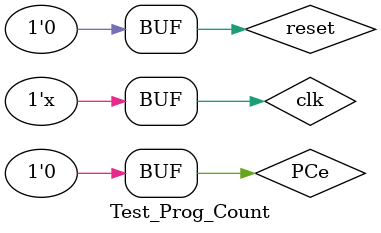
<source format=v>
`timescale 1ns / 1ps

module Test_Prog_Count;

	// Inputs
	//reg [15:0] branch_addr; ##Branch STuff##
	//reg sel_next;
	reg PCe;
	reg clk;
	reg reset;

	// Outputs
	wire [15:0] PC;

	// Instantiate the Unit Under Test (UUT)
	Program_Counter uut (
		//.branch_addr(branch_addr), ##Branch Stuff##
		//.sel_next(sel_next),
		.PCe(PCe),
		.clk(clk), 
		.reset(reset), 
		.PC(PC)
		
	);

	always #1 clk = ~clk;
	initial begin
		// Initialize Inputs
		//branch_addr = 0;
		//sel_next = 0;
		clk = 0;
		reset = 0;
		PCe = 0;

		// Wait 100 ns for global reset to finish
		#100;
        
		// Add stimulus here
		reset = 1;
		#10;
		reset = 0;
		#10;
		//branch_addr = 0;
		//sel_next = 0;
		
		PCe = 1;
		#100; //wait for increment
		PCe = 0;
		#100;
		
		/*branch_addr = 5000; ##Branch Stuff##
		sel_next = 1;
		#10;
		sel_next = 0;
		#100; //wait to increment*/
		
		reset = 1;
		#10;
		reset = 0;
		#50;
		
		
	end
      
endmodule
</source>
